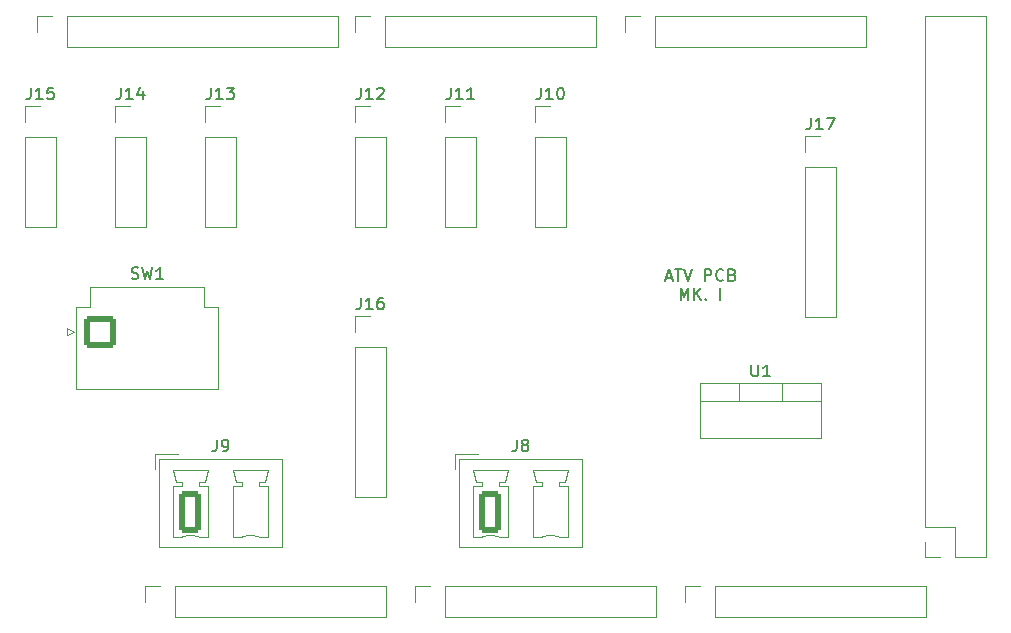
<source format=gbr>
G04 #@! TF.GenerationSoftware,KiCad,Pcbnew,7.0.7*
G04 #@! TF.CreationDate,2023-11-29T17:44:09-05:00*
G04 #@! TF.ProjectId,PCB V1 ATV,50434220-5631-4204-9154-562e6b696361,rev?*
G04 #@! TF.SameCoordinates,Original*
G04 #@! TF.FileFunction,Legend,Top*
G04 #@! TF.FilePolarity,Positive*
%FSLAX46Y46*%
G04 Gerber Fmt 4.6, Leading zero omitted, Abs format (unit mm)*
G04 Created by KiCad (PCBNEW 7.0.7) date 2023-11-29 17:44:09*
%MOMM*%
%LPD*%
G01*
G04 APERTURE LIST*
G04 Aperture macros list*
%AMRoundRect*
0 Rectangle with rounded corners*
0 $1 Rounding radius*
0 $2 $3 $4 $5 $6 $7 $8 $9 X,Y pos of 4 corners*
0 Add a 4 corners polygon primitive as box body*
4,1,4,$2,$3,$4,$5,$6,$7,$8,$9,$2,$3,0*
0 Add four circle primitives for the rounded corners*
1,1,$1+$1,$2,$3*
1,1,$1+$1,$4,$5*
1,1,$1+$1,$6,$7*
1,1,$1+$1,$8,$9*
0 Add four rect primitives between the rounded corners*
20,1,$1+$1,$2,$3,$4,$5,0*
20,1,$1+$1,$4,$5,$6,$7,0*
20,1,$1+$1,$6,$7,$8,$9,0*
20,1,$1+$1,$8,$9,$2,$3,0*%
G04 Aperture macros list end*
%ADD10C,0.150000*%
%ADD11C,0.120000*%
%ADD12R,1.700000X1.700000*%
%ADD13O,1.700000X1.700000*%
%ADD14RoundRect,0.250000X-0.650000X-1.550000X0.650000X-1.550000X0.650000X1.550000X-0.650000X1.550000X0*%
%ADD15O,1.800000X3.600000*%
%ADD16C,3.200000*%
%ADD17R,1.905000X2.000000*%
%ADD18O,1.905000X2.000000*%
%ADD19RoundRect,0.250001X-1.099999X-1.099999X1.099999X-1.099999X1.099999X1.099999X-1.099999X1.099999X0*%
%ADD20C,2.700000*%
G04 APERTURE END LIST*
D10*
X170731428Y-70034104D02*
X171207618Y-70034104D01*
X170636190Y-70319819D02*
X170969523Y-69319819D01*
X170969523Y-69319819D02*
X171302856Y-70319819D01*
X171493333Y-69319819D02*
X172064761Y-69319819D01*
X171779047Y-70319819D02*
X171779047Y-69319819D01*
X172255238Y-69319819D02*
X172588571Y-70319819D01*
X172588571Y-70319819D02*
X172921904Y-69319819D01*
X174017143Y-70319819D02*
X174017143Y-69319819D01*
X174017143Y-69319819D02*
X174398095Y-69319819D01*
X174398095Y-69319819D02*
X174493333Y-69367438D01*
X174493333Y-69367438D02*
X174540952Y-69415057D01*
X174540952Y-69415057D02*
X174588571Y-69510295D01*
X174588571Y-69510295D02*
X174588571Y-69653152D01*
X174588571Y-69653152D02*
X174540952Y-69748390D01*
X174540952Y-69748390D02*
X174493333Y-69796009D01*
X174493333Y-69796009D02*
X174398095Y-69843628D01*
X174398095Y-69843628D02*
X174017143Y-69843628D01*
X175588571Y-70224580D02*
X175540952Y-70272200D01*
X175540952Y-70272200D02*
X175398095Y-70319819D01*
X175398095Y-70319819D02*
X175302857Y-70319819D01*
X175302857Y-70319819D02*
X175160000Y-70272200D01*
X175160000Y-70272200D02*
X175064762Y-70176961D01*
X175064762Y-70176961D02*
X175017143Y-70081723D01*
X175017143Y-70081723D02*
X174969524Y-69891247D01*
X174969524Y-69891247D02*
X174969524Y-69748390D01*
X174969524Y-69748390D02*
X175017143Y-69557914D01*
X175017143Y-69557914D02*
X175064762Y-69462676D01*
X175064762Y-69462676D02*
X175160000Y-69367438D01*
X175160000Y-69367438D02*
X175302857Y-69319819D01*
X175302857Y-69319819D02*
X175398095Y-69319819D01*
X175398095Y-69319819D02*
X175540952Y-69367438D01*
X175540952Y-69367438D02*
X175588571Y-69415057D01*
X176350476Y-69796009D02*
X176493333Y-69843628D01*
X176493333Y-69843628D02*
X176540952Y-69891247D01*
X176540952Y-69891247D02*
X176588571Y-69986485D01*
X176588571Y-69986485D02*
X176588571Y-70129342D01*
X176588571Y-70129342D02*
X176540952Y-70224580D01*
X176540952Y-70224580D02*
X176493333Y-70272200D01*
X176493333Y-70272200D02*
X176398095Y-70319819D01*
X176398095Y-70319819D02*
X176017143Y-70319819D01*
X176017143Y-70319819D02*
X176017143Y-69319819D01*
X176017143Y-69319819D02*
X176350476Y-69319819D01*
X176350476Y-69319819D02*
X176445714Y-69367438D01*
X176445714Y-69367438D02*
X176493333Y-69415057D01*
X176493333Y-69415057D02*
X176540952Y-69510295D01*
X176540952Y-69510295D02*
X176540952Y-69605533D01*
X176540952Y-69605533D02*
X176493333Y-69700771D01*
X176493333Y-69700771D02*
X176445714Y-69748390D01*
X176445714Y-69748390D02*
X176350476Y-69796009D01*
X176350476Y-69796009D02*
X176017143Y-69796009D01*
X171969524Y-71929819D02*
X171969524Y-70929819D01*
X171969524Y-70929819D02*
X172302857Y-71644104D01*
X172302857Y-71644104D02*
X172636190Y-70929819D01*
X172636190Y-70929819D02*
X172636190Y-71929819D01*
X173112381Y-71929819D02*
X173112381Y-70929819D01*
X173683809Y-71929819D02*
X173255238Y-71358390D01*
X173683809Y-70929819D02*
X173112381Y-71501247D01*
X174112381Y-71834580D02*
X174160000Y-71882200D01*
X174160000Y-71882200D02*
X174112381Y-71929819D01*
X174112381Y-71929819D02*
X174064762Y-71882200D01*
X174064762Y-71882200D02*
X174112381Y-71834580D01*
X174112381Y-71834580D02*
X174112381Y-71929819D01*
X175350476Y-71929819D02*
X175350476Y-70929819D01*
X158086666Y-83744819D02*
X158086666Y-84459104D01*
X158086666Y-84459104D02*
X158039047Y-84601961D01*
X158039047Y-84601961D02*
X157943809Y-84697200D01*
X157943809Y-84697200D02*
X157800952Y-84744819D01*
X157800952Y-84744819D02*
X157705714Y-84744819D01*
X158705714Y-84173390D02*
X158610476Y-84125771D01*
X158610476Y-84125771D02*
X158562857Y-84078152D01*
X158562857Y-84078152D02*
X158515238Y-83982914D01*
X158515238Y-83982914D02*
X158515238Y-83935295D01*
X158515238Y-83935295D02*
X158562857Y-83840057D01*
X158562857Y-83840057D02*
X158610476Y-83792438D01*
X158610476Y-83792438D02*
X158705714Y-83744819D01*
X158705714Y-83744819D02*
X158896190Y-83744819D01*
X158896190Y-83744819D02*
X158991428Y-83792438D01*
X158991428Y-83792438D02*
X159039047Y-83840057D01*
X159039047Y-83840057D02*
X159086666Y-83935295D01*
X159086666Y-83935295D02*
X159086666Y-83982914D01*
X159086666Y-83982914D02*
X159039047Y-84078152D01*
X159039047Y-84078152D02*
X158991428Y-84125771D01*
X158991428Y-84125771D02*
X158896190Y-84173390D01*
X158896190Y-84173390D02*
X158705714Y-84173390D01*
X158705714Y-84173390D02*
X158610476Y-84221009D01*
X158610476Y-84221009D02*
X158562857Y-84268628D01*
X158562857Y-84268628D02*
X158515238Y-84363866D01*
X158515238Y-84363866D02*
X158515238Y-84554342D01*
X158515238Y-84554342D02*
X158562857Y-84649580D01*
X158562857Y-84649580D02*
X158610476Y-84697200D01*
X158610476Y-84697200D02*
X158705714Y-84744819D01*
X158705714Y-84744819D02*
X158896190Y-84744819D01*
X158896190Y-84744819D02*
X158991428Y-84697200D01*
X158991428Y-84697200D02*
X159039047Y-84649580D01*
X159039047Y-84649580D02*
X159086666Y-84554342D01*
X159086666Y-84554342D02*
X159086666Y-84363866D01*
X159086666Y-84363866D02*
X159039047Y-84268628D01*
X159039047Y-84268628D02*
X158991428Y-84221009D01*
X158991428Y-84221009D02*
X158896190Y-84173390D01*
X132686666Y-83744819D02*
X132686666Y-84459104D01*
X132686666Y-84459104D02*
X132639047Y-84601961D01*
X132639047Y-84601961D02*
X132543809Y-84697200D01*
X132543809Y-84697200D02*
X132400952Y-84744819D01*
X132400952Y-84744819D02*
X132305714Y-84744819D01*
X133210476Y-84744819D02*
X133400952Y-84744819D01*
X133400952Y-84744819D02*
X133496190Y-84697200D01*
X133496190Y-84697200D02*
X133543809Y-84649580D01*
X133543809Y-84649580D02*
X133639047Y-84506723D01*
X133639047Y-84506723D02*
X133686666Y-84316247D01*
X133686666Y-84316247D02*
X133686666Y-83935295D01*
X133686666Y-83935295D02*
X133639047Y-83840057D01*
X133639047Y-83840057D02*
X133591428Y-83792438D01*
X133591428Y-83792438D02*
X133496190Y-83744819D01*
X133496190Y-83744819D02*
X133305714Y-83744819D01*
X133305714Y-83744819D02*
X133210476Y-83792438D01*
X133210476Y-83792438D02*
X133162857Y-83840057D01*
X133162857Y-83840057D02*
X133115238Y-83935295D01*
X133115238Y-83935295D02*
X133115238Y-84173390D01*
X133115238Y-84173390D02*
X133162857Y-84268628D01*
X133162857Y-84268628D02*
X133210476Y-84316247D01*
X133210476Y-84316247D02*
X133305714Y-84363866D01*
X133305714Y-84363866D02*
X133496190Y-84363866D01*
X133496190Y-84363866D02*
X133591428Y-84316247D01*
X133591428Y-84316247D02*
X133639047Y-84268628D01*
X133639047Y-84268628D02*
X133686666Y-84173390D01*
X183010476Y-56484819D02*
X183010476Y-57199104D01*
X183010476Y-57199104D02*
X182962857Y-57341961D01*
X182962857Y-57341961D02*
X182867619Y-57437200D01*
X182867619Y-57437200D02*
X182724762Y-57484819D01*
X182724762Y-57484819D02*
X182629524Y-57484819D01*
X184010476Y-57484819D02*
X183439048Y-57484819D01*
X183724762Y-57484819D02*
X183724762Y-56484819D01*
X183724762Y-56484819D02*
X183629524Y-56627676D01*
X183629524Y-56627676D02*
X183534286Y-56722914D01*
X183534286Y-56722914D02*
X183439048Y-56770533D01*
X184343810Y-56484819D02*
X185010476Y-56484819D01*
X185010476Y-56484819D02*
X184581905Y-57484819D01*
X116970476Y-53944819D02*
X116970476Y-54659104D01*
X116970476Y-54659104D02*
X116922857Y-54801961D01*
X116922857Y-54801961D02*
X116827619Y-54897200D01*
X116827619Y-54897200D02*
X116684762Y-54944819D01*
X116684762Y-54944819D02*
X116589524Y-54944819D01*
X117970476Y-54944819D02*
X117399048Y-54944819D01*
X117684762Y-54944819D02*
X117684762Y-53944819D01*
X117684762Y-53944819D02*
X117589524Y-54087676D01*
X117589524Y-54087676D02*
X117494286Y-54182914D01*
X117494286Y-54182914D02*
X117399048Y-54230533D01*
X118875238Y-53944819D02*
X118399048Y-53944819D01*
X118399048Y-53944819D02*
X118351429Y-54421009D01*
X118351429Y-54421009D02*
X118399048Y-54373390D01*
X118399048Y-54373390D02*
X118494286Y-54325771D01*
X118494286Y-54325771D02*
X118732381Y-54325771D01*
X118732381Y-54325771D02*
X118827619Y-54373390D01*
X118827619Y-54373390D02*
X118875238Y-54421009D01*
X118875238Y-54421009D02*
X118922857Y-54516247D01*
X118922857Y-54516247D02*
X118922857Y-54754342D01*
X118922857Y-54754342D02*
X118875238Y-54849580D01*
X118875238Y-54849580D02*
X118827619Y-54897200D01*
X118827619Y-54897200D02*
X118732381Y-54944819D01*
X118732381Y-54944819D02*
X118494286Y-54944819D01*
X118494286Y-54944819D02*
X118399048Y-54897200D01*
X118399048Y-54897200D02*
X118351429Y-54849580D01*
X144910476Y-71724819D02*
X144910476Y-72439104D01*
X144910476Y-72439104D02*
X144862857Y-72581961D01*
X144862857Y-72581961D02*
X144767619Y-72677200D01*
X144767619Y-72677200D02*
X144624762Y-72724819D01*
X144624762Y-72724819D02*
X144529524Y-72724819D01*
X145910476Y-72724819D02*
X145339048Y-72724819D01*
X145624762Y-72724819D02*
X145624762Y-71724819D01*
X145624762Y-71724819D02*
X145529524Y-71867676D01*
X145529524Y-71867676D02*
X145434286Y-71962914D01*
X145434286Y-71962914D02*
X145339048Y-72010533D01*
X146767619Y-71724819D02*
X146577143Y-71724819D01*
X146577143Y-71724819D02*
X146481905Y-71772438D01*
X146481905Y-71772438D02*
X146434286Y-71820057D01*
X146434286Y-71820057D02*
X146339048Y-71962914D01*
X146339048Y-71962914D02*
X146291429Y-72153390D01*
X146291429Y-72153390D02*
X146291429Y-72534342D01*
X146291429Y-72534342D02*
X146339048Y-72629580D01*
X146339048Y-72629580D02*
X146386667Y-72677200D01*
X146386667Y-72677200D02*
X146481905Y-72724819D01*
X146481905Y-72724819D02*
X146672381Y-72724819D01*
X146672381Y-72724819D02*
X146767619Y-72677200D01*
X146767619Y-72677200D02*
X146815238Y-72629580D01*
X146815238Y-72629580D02*
X146862857Y-72534342D01*
X146862857Y-72534342D02*
X146862857Y-72296247D01*
X146862857Y-72296247D02*
X146815238Y-72201009D01*
X146815238Y-72201009D02*
X146767619Y-72153390D01*
X146767619Y-72153390D02*
X146672381Y-72105771D01*
X146672381Y-72105771D02*
X146481905Y-72105771D01*
X146481905Y-72105771D02*
X146386667Y-72153390D01*
X146386667Y-72153390D02*
X146339048Y-72201009D01*
X146339048Y-72201009D02*
X146291429Y-72296247D01*
X132210476Y-53944819D02*
X132210476Y-54659104D01*
X132210476Y-54659104D02*
X132162857Y-54801961D01*
X132162857Y-54801961D02*
X132067619Y-54897200D01*
X132067619Y-54897200D02*
X131924762Y-54944819D01*
X131924762Y-54944819D02*
X131829524Y-54944819D01*
X133210476Y-54944819D02*
X132639048Y-54944819D01*
X132924762Y-54944819D02*
X132924762Y-53944819D01*
X132924762Y-53944819D02*
X132829524Y-54087676D01*
X132829524Y-54087676D02*
X132734286Y-54182914D01*
X132734286Y-54182914D02*
X132639048Y-54230533D01*
X133543810Y-53944819D02*
X134162857Y-53944819D01*
X134162857Y-53944819D02*
X133829524Y-54325771D01*
X133829524Y-54325771D02*
X133972381Y-54325771D01*
X133972381Y-54325771D02*
X134067619Y-54373390D01*
X134067619Y-54373390D02*
X134115238Y-54421009D01*
X134115238Y-54421009D02*
X134162857Y-54516247D01*
X134162857Y-54516247D02*
X134162857Y-54754342D01*
X134162857Y-54754342D02*
X134115238Y-54849580D01*
X134115238Y-54849580D02*
X134067619Y-54897200D01*
X134067619Y-54897200D02*
X133972381Y-54944819D01*
X133972381Y-54944819D02*
X133686667Y-54944819D01*
X133686667Y-54944819D02*
X133591429Y-54897200D01*
X133591429Y-54897200D02*
X133543810Y-54849580D01*
X124590476Y-53944819D02*
X124590476Y-54659104D01*
X124590476Y-54659104D02*
X124542857Y-54801961D01*
X124542857Y-54801961D02*
X124447619Y-54897200D01*
X124447619Y-54897200D02*
X124304762Y-54944819D01*
X124304762Y-54944819D02*
X124209524Y-54944819D01*
X125590476Y-54944819D02*
X125019048Y-54944819D01*
X125304762Y-54944819D02*
X125304762Y-53944819D01*
X125304762Y-53944819D02*
X125209524Y-54087676D01*
X125209524Y-54087676D02*
X125114286Y-54182914D01*
X125114286Y-54182914D02*
X125019048Y-54230533D01*
X126447619Y-54278152D02*
X126447619Y-54944819D01*
X126209524Y-53897200D02*
X125971429Y-54611485D01*
X125971429Y-54611485D02*
X126590476Y-54611485D01*
X160150476Y-53944819D02*
X160150476Y-54659104D01*
X160150476Y-54659104D02*
X160102857Y-54801961D01*
X160102857Y-54801961D02*
X160007619Y-54897200D01*
X160007619Y-54897200D02*
X159864762Y-54944819D01*
X159864762Y-54944819D02*
X159769524Y-54944819D01*
X161150476Y-54944819D02*
X160579048Y-54944819D01*
X160864762Y-54944819D02*
X160864762Y-53944819D01*
X160864762Y-53944819D02*
X160769524Y-54087676D01*
X160769524Y-54087676D02*
X160674286Y-54182914D01*
X160674286Y-54182914D02*
X160579048Y-54230533D01*
X161769524Y-53944819D02*
X161864762Y-53944819D01*
X161864762Y-53944819D02*
X161960000Y-53992438D01*
X161960000Y-53992438D02*
X162007619Y-54040057D01*
X162007619Y-54040057D02*
X162055238Y-54135295D01*
X162055238Y-54135295D02*
X162102857Y-54325771D01*
X162102857Y-54325771D02*
X162102857Y-54563866D01*
X162102857Y-54563866D02*
X162055238Y-54754342D01*
X162055238Y-54754342D02*
X162007619Y-54849580D01*
X162007619Y-54849580D02*
X161960000Y-54897200D01*
X161960000Y-54897200D02*
X161864762Y-54944819D01*
X161864762Y-54944819D02*
X161769524Y-54944819D01*
X161769524Y-54944819D02*
X161674286Y-54897200D01*
X161674286Y-54897200D02*
X161626667Y-54849580D01*
X161626667Y-54849580D02*
X161579048Y-54754342D01*
X161579048Y-54754342D02*
X161531429Y-54563866D01*
X161531429Y-54563866D02*
X161531429Y-54325771D01*
X161531429Y-54325771D02*
X161579048Y-54135295D01*
X161579048Y-54135295D02*
X161626667Y-54040057D01*
X161626667Y-54040057D02*
X161674286Y-53992438D01*
X161674286Y-53992438D02*
X161769524Y-53944819D01*
X152530476Y-53944819D02*
X152530476Y-54659104D01*
X152530476Y-54659104D02*
X152482857Y-54801961D01*
X152482857Y-54801961D02*
X152387619Y-54897200D01*
X152387619Y-54897200D02*
X152244762Y-54944819D01*
X152244762Y-54944819D02*
X152149524Y-54944819D01*
X153530476Y-54944819D02*
X152959048Y-54944819D01*
X153244762Y-54944819D02*
X153244762Y-53944819D01*
X153244762Y-53944819D02*
X153149524Y-54087676D01*
X153149524Y-54087676D02*
X153054286Y-54182914D01*
X153054286Y-54182914D02*
X152959048Y-54230533D01*
X154482857Y-54944819D02*
X153911429Y-54944819D01*
X154197143Y-54944819D02*
X154197143Y-53944819D01*
X154197143Y-53944819D02*
X154101905Y-54087676D01*
X154101905Y-54087676D02*
X154006667Y-54182914D01*
X154006667Y-54182914D02*
X153911429Y-54230533D01*
X177978095Y-77404819D02*
X177978095Y-78214342D01*
X177978095Y-78214342D02*
X178025714Y-78309580D01*
X178025714Y-78309580D02*
X178073333Y-78357200D01*
X178073333Y-78357200D02*
X178168571Y-78404819D01*
X178168571Y-78404819D02*
X178359047Y-78404819D01*
X178359047Y-78404819D02*
X178454285Y-78357200D01*
X178454285Y-78357200D02*
X178501904Y-78309580D01*
X178501904Y-78309580D02*
X178549523Y-78214342D01*
X178549523Y-78214342D02*
X178549523Y-77404819D01*
X179549523Y-78404819D02*
X178978095Y-78404819D01*
X179263809Y-78404819D02*
X179263809Y-77404819D01*
X179263809Y-77404819D02*
X179168571Y-77547676D01*
X179168571Y-77547676D02*
X179073333Y-77642914D01*
X179073333Y-77642914D02*
X178978095Y-77690533D01*
X125486667Y-70107200D02*
X125629524Y-70154819D01*
X125629524Y-70154819D02*
X125867619Y-70154819D01*
X125867619Y-70154819D02*
X125962857Y-70107200D01*
X125962857Y-70107200D02*
X126010476Y-70059580D01*
X126010476Y-70059580D02*
X126058095Y-69964342D01*
X126058095Y-69964342D02*
X126058095Y-69869104D01*
X126058095Y-69869104D02*
X126010476Y-69773866D01*
X126010476Y-69773866D02*
X125962857Y-69726247D01*
X125962857Y-69726247D02*
X125867619Y-69678628D01*
X125867619Y-69678628D02*
X125677143Y-69631009D01*
X125677143Y-69631009D02*
X125581905Y-69583390D01*
X125581905Y-69583390D02*
X125534286Y-69535771D01*
X125534286Y-69535771D02*
X125486667Y-69440533D01*
X125486667Y-69440533D02*
X125486667Y-69345295D01*
X125486667Y-69345295D02*
X125534286Y-69250057D01*
X125534286Y-69250057D02*
X125581905Y-69202438D01*
X125581905Y-69202438D02*
X125677143Y-69154819D01*
X125677143Y-69154819D02*
X125915238Y-69154819D01*
X125915238Y-69154819D02*
X126058095Y-69202438D01*
X126391429Y-69154819D02*
X126629524Y-70154819D01*
X126629524Y-70154819D02*
X126820000Y-69440533D01*
X126820000Y-69440533D02*
X127010476Y-70154819D01*
X127010476Y-70154819D02*
X127248572Y-69154819D01*
X128153333Y-70154819D02*
X127581905Y-70154819D01*
X127867619Y-70154819D02*
X127867619Y-69154819D01*
X127867619Y-69154819D02*
X127772381Y-69297676D01*
X127772381Y-69297676D02*
X127677143Y-69392914D01*
X127677143Y-69392914D02*
X127581905Y-69440533D01*
X144910476Y-53944819D02*
X144910476Y-54659104D01*
X144910476Y-54659104D02*
X144862857Y-54801961D01*
X144862857Y-54801961D02*
X144767619Y-54897200D01*
X144767619Y-54897200D02*
X144624762Y-54944819D01*
X144624762Y-54944819D02*
X144529524Y-54944819D01*
X145910476Y-54944819D02*
X145339048Y-54944819D01*
X145624762Y-54944819D02*
X145624762Y-53944819D01*
X145624762Y-53944819D02*
X145529524Y-54087676D01*
X145529524Y-54087676D02*
X145434286Y-54182914D01*
X145434286Y-54182914D02*
X145339048Y-54230533D01*
X146291429Y-54040057D02*
X146339048Y-53992438D01*
X146339048Y-53992438D02*
X146434286Y-53944819D01*
X146434286Y-53944819D02*
X146672381Y-53944819D01*
X146672381Y-53944819D02*
X146767619Y-53992438D01*
X146767619Y-53992438D02*
X146815238Y-54040057D01*
X146815238Y-54040057D02*
X146862857Y-54135295D01*
X146862857Y-54135295D02*
X146862857Y-54230533D01*
X146862857Y-54230533D02*
X146815238Y-54373390D01*
X146815238Y-54373390D02*
X146243810Y-54944819D01*
X146243810Y-54944819D02*
X146862857Y-54944819D01*
D11*
X197850000Y-93710000D02*
X197850000Y-47870000D01*
X197850000Y-93710000D02*
X195250000Y-93710000D01*
X197850000Y-47870000D02*
X192650000Y-47870000D01*
X195250000Y-93710000D02*
X195250000Y-91110000D01*
X195250000Y-91110000D02*
X192650000Y-91110000D01*
X193980000Y-93710000D02*
X192650000Y-93710000D01*
X192650000Y-93710000D02*
X192650000Y-92380000D01*
X192650000Y-91110000D02*
X192650000Y-47870000D01*
X129210000Y-98790000D02*
X147050000Y-98790000D01*
X129210000Y-98790000D02*
X129210000Y-96130000D01*
X147050000Y-98790000D02*
X147050000Y-96130000D01*
X126610000Y-97460000D02*
X126610000Y-96130000D01*
X126610000Y-96130000D02*
X127940000Y-96130000D01*
X129210000Y-96130000D02*
X147050000Y-96130000D01*
X152070000Y-98790000D02*
X169910000Y-98790000D01*
X152070000Y-98790000D02*
X152070000Y-96130000D01*
X169910000Y-98790000D02*
X169910000Y-96130000D01*
X149470000Y-97460000D02*
X149470000Y-96130000D01*
X149470000Y-96130000D02*
X150800000Y-96130000D01*
X152070000Y-96130000D02*
X169910000Y-96130000D01*
X174930000Y-98790000D02*
X192770000Y-98790000D01*
X174930000Y-98790000D02*
X174930000Y-96130000D01*
X192770000Y-98790000D02*
X192770000Y-96130000D01*
X172330000Y-97460000D02*
X172330000Y-96130000D01*
X172330000Y-96130000D02*
X173660000Y-96130000D01*
X174930000Y-96130000D02*
X192770000Y-96130000D01*
X120066000Y-50530000D02*
X142986000Y-50530000D01*
X120066000Y-50530000D02*
X120066000Y-47870000D01*
X142986000Y-50530000D02*
X142986000Y-47870000D01*
X117466000Y-49200000D02*
X117466000Y-47870000D01*
X117466000Y-47870000D02*
X118796000Y-47870000D01*
X120066000Y-47870000D02*
X142986000Y-47870000D01*
X146990000Y-50530000D02*
X164830000Y-50530000D01*
X146990000Y-50530000D02*
X146990000Y-47870000D01*
X164830000Y-50530000D02*
X164830000Y-47870000D01*
X144390000Y-49200000D02*
X144390000Y-47870000D01*
X144390000Y-47870000D02*
X145720000Y-47870000D01*
X146990000Y-47870000D02*
X164830000Y-47870000D01*
X169850000Y-50530000D02*
X187690000Y-50530000D01*
X169850000Y-50530000D02*
X169850000Y-47870000D01*
X187690000Y-50530000D02*
X187690000Y-47870000D01*
X167250000Y-49200000D02*
X167250000Y-47870000D01*
X167250000Y-47870000D02*
X168580000Y-47870000D01*
X169850000Y-47870000D02*
X187690000Y-47870000D01*
X152840000Y-84990000D02*
X154840000Y-84990000D01*
X152840000Y-86240000D02*
X152840000Y-84990000D01*
X153230000Y-85380000D02*
X153230000Y-92850000D01*
X153230000Y-92850000D02*
X163610000Y-92850000D01*
X154380000Y-86340000D02*
X157380000Y-86340000D01*
X154380000Y-87690000D02*
X155130000Y-87690000D01*
X154380000Y-91990000D02*
X154380000Y-87690000D01*
X154630000Y-87340000D02*
X154380000Y-86340000D01*
X155130000Y-87340000D02*
X154630000Y-87340000D01*
X155130000Y-87690000D02*
X155130000Y-87340000D01*
X155130000Y-91990000D02*
X154380000Y-91990000D01*
X156630000Y-87340000D02*
X156630000Y-87690000D01*
X156630000Y-87690000D02*
X157380000Y-87690000D01*
X157130000Y-87340000D02*
X156630000Y-87340000D01*
X157380000Y-86340000D02*
X157130000Y-87340000D01*
X157380000Y-87690000D02*
X157380000Y-91990000D01*
X157380000Y-91990000D02*
X156630000Y-91990000D01*
X159460000Y-86340000D02*
X162460000Y-86340000D01*
X159460000Y-87690000D02*
X160210000Y-87690000D01*
X159460000Y-91990000D02*
X159460000Y-87690000D01*
X159710000Y-87340000D02*
X159460000Y-86340000D01*
X160210000Y-87340000D02*
X159710000Y-87340000D01*
X160210000Y-87690000D02*
X160210000Y-87340000D01*
X160210000Y-91990000D02*
X159460000Y-91990000D01*
X161710000Y-87340000D02*
X161710000Y-87690000D01*
X161710000Y-87690000D02*
X162460000Y-87690000D01*
X162210000Y-87340000D02*
X161710000Y-87340000D01*
X162460000Y-86340000D02*
X162210000Y-87340000D01*
X162460000Y-87690000D02*
X162460000Y-91990000D01*
X162460000Y-91990000D02*
X161710000Y-91990000D01*
X163610000Y-85380000D02*
X153230000Y-85380000D01*
X163610000Y-92850000D02*
X163610000Y-85380000D01*
X156629647Y-91989845D02*
G75*
G03*
X155130000Y-91990000I-749647J-1700155D01*
G01*
X161709647Y-91989845D02*
G75*
G03*
X160210000Y-91990000I-749647J-1700155D01*
G01*
X127440000Y-84990000D02*
X129440000Y-84990000D01*
X127440000Y-86240000D02*
X127440000Y-84990000D01*
X127830000Y-85380000D02*
X127830000Y-92850000D01*
X127830000Y-92850000D02*
X138210000Y-92850000D01*
X128980000Y-86340000D02*
X131980000Y-86340000D01*
X128980000Y-87690000D02*
X129730000Y-87690000D01*
X128980000Y-91990000D02*
X128980000Y-87690000D01*
X129230000Y-87340000D02*
X128980000Y-86340000D01*
X129730000Y-87340000D02*
X129230000Y-87340000D01*
X129730000Y-87690000D02*
X129730000Y-87340000D01*
X129730000Y-91990000D02*
X128980000Y-91990000D01*
X131230000Y-87340000D02*
X131230000Y-87690000D01*
X131230000Y-87690000D02*
X131980000Y-87690000D01*
X131730000Y-87340000D02*
X131230000Y-87340000D01*
X131980000Y-86340000D02*
X131730000Y-87340000D01*
X131980000Y-87690000D02*
X131980000Y-91990000D01*
X131980000Y-91990000D02*
X131230000Y-91990000D01*
X134060000Y-86340000D02*
X137060000Y-86340000D01*
X134060000Y-87690000D02*
X134810000Y-87690000D01*
X134060000Y-91990000D02*
X134060000Y-87690000D01*
X134310000Y-87340000D02*
X134060000Y-86340000D01*
X134810000Y-87340000D02*
X134310000Y-87340000D01*
X134810000Y-87690000D02*
X134810000Y-87340000D01*
X134810000Y-91990000D02*
X134060000Y-91990000D01*
X136310000Y-87340000D02*
X136310000Y-87690000D01*
X136310000Y-87690000D02*
X137060000Y-87690000D01*
X136810000Y-87340000D02*
X136310000Y-87340000D01*
X137060000Y-86340000D02*
X136810000Y-87340000D01*
X137060000Y-87690000D02*
X137060000Y-91990000D01*
X137060000Y-91990000D02*
X136310000Y-91990000D01*
X138210000Y-85380000D02*
X127830000Y-85380000D01*
X138210000Y-92850000D02*
X138210000Y-85380000D01*
X131229647Y-91989845D02*
G75*
G03*
X129730000Y-91990000I-749647J-1700155D01*
G01*
X136309647Y-91989845D02*
G75*
G03*
X134810000Y-91990000I-749647J-1700155D01*
G01*
X182490000Y-58030000D02*
X183820000Y-58030000D01*
X182490000Y-59360000D02*
X182490000Y-58030000D01*
X182490000Y-60630000D02*
X182490000Y-73390000D01*
X182490000Y-60630000D02*
X185150000Y-60630000D01*
X182490000Y-73390000D02*
X185150000Y-73390000D01*
X185150000Y-60630000D02*
X185150000Y-73390000D01*
X116450000Y-55490000D02*
X117780000Y-55490000D01*
X116450000Y-56820000D02*
X116450000Y-55490000D01*
X116450000Y-58090000D02*
X116450000Y-65770000D01*
X116450000Y-58090000D02*
X119110000Y-58090000D01*
X116450000Y-65770000D02*
X119110000Y-65770000D01*
X119110000Y-58090000D02*
X119110000Y-65770000D01*
X144390000Y-73270000D02*
X145720000Y-73270000D01*
X144390000Y-74600000D02*
X144390000Y-73270000D01*
X144390000Y-75870000D02*
X144390000Y-88630000D01*
X144390000Y-75870000D02*
X147050000Y-75870000D01*
X144390000Y-88630000D02*
X147050000Y-88630000D01*
X147050000Y-75870000D02*
X147050000Y-88630000D01*
X131690000Y-55490000D02*
X133020000Y-55490000D01*
X131690000Y-56820000D02*
X131690000Y-55490000D01*
X131690000Y-58090000D02*
X131690000Y-65770000D01*
X131690000Y-58090000D02*
X134350000Y-58090000D01*
X131690000Y-65770000D02*
X134350000Y-65770000D01*
X134350000Y-58090000D02*
X134350000Y-65770000D01*
X124070000Y-55490000D02*
X125400000Y-55490000D01*
X124070000Y-56820000D02*
X124070000Y-55490000D01*
X124070000Y-58090000D02*
X124070000Y-65770000D01*
X124070000Y-58090000D02*
X126730000Y-58090000D01*
X124070000Y-65770000D02*
X126730000Y-65770000D01*
X126730000Y-58090000D02*
X126730000Y-65770000D01*
X159630000Y-55490000D02*
X160960000Y-55490000D01*
X159630000Y-56820000D02*
X159630000Y-55490000D01*
X159630000Y-58090000D02*
X159630000Y-65770000D01*
X159630000Y-58090000D02*
X162290000Y-58090000D01*
X159630000Y-65770000D02*
X162290000Y-65770000D01*
X162290000Y-58090000D02*
X162290000Y-65770000D01*
X152010000Y-55490000D02*
X153340000Y-55490000D01*
X152010000Y-56820000D02*
X152010000Y-55490000D01*
X152010000Y-58090000D02*
X152010000Y-65770000D01*
X152010000Y-58090000D02*
X154670000Y-58090000D01*
X152010000Y-65770000D02*
X154670000Y-65770000D01*
X154670000Y-58090000D02*
X154670000Y-65770000D01*
X173620000Y-78950000D02*
X173620000Y-83591000D01*
X173620000Y-78950000D02*
X183860000Y-78950000D01*
X173620000Y-80460000D02*
X183860000Y-80460000D01*
X173620000Y-83591000D02*
X183860000Y-83591000D01*
X176890000Y-78950000D02*
X176890000Y-80460000D01*
X180591000Y-78950000D02*
X180591000Y-80460000D01*
X183860000Y-78950000D02*
X183860000Y-83591000D01*
X120000000Y-74300000D02*
X120600000Y-74600000D01*
X120000000Y-74900000D02*
X120000000Y-74300000D01*
X120600000Y-74600000D02*
X120000000Y-74900000D01*
X120800000Y-72490000D02*
X122000000Y-72490000D01*
X120800000Y-79510000D02*
X120800000Y-72490000D01*
X122000000Y-70790000D02*
X131640000Y-70790000D01*
X122000000Y-72490000D02*
X122000000Y-70790000D01*
X131640000Y-70790000D02*
X131640000Y-72490000D01*
X131640000Y-72490000D02*
X132840000Y-72490000D01*
X132840000Y-72490000D02*
X132840000Y-79510000D01*
X132840000Y-79510000D02*
X120800000Y-79510000D01*
X144390000Y-55490000D02*
X145720000Y-55490000D01*
X144390000Y-56820000D02*
X144390000Y-55490000D01*
X144390000Y-58090000D02*
X144390000Y-65770000D01*
X144390000Y-58090000D02*
X147050000Y-58090000D01*
X144390000Y-65770000D02*
X147050000Y-65770000D01*
X147050000Y-58090000D02*
X147050000Y-65770000D01*
%LPC*%
D12*
X193980000Y-92380000D03*
D13*
X196520000Y-92380000D03*
X193980000Y-89840000D03*
X196520000Y-89840000D03*
X193980000Y-87300000D03*
X196520000Y-87300000D03*
X193980000Y-84760000D03*
X196520000Y-84760000D03*
X193980000Y-82220000D03*
X196520000Y-82220000D03*
X193980000Y-79680000D03*
X196520000Y-79680000D03*
X193980000Y-77140000D03*
X196520000Y-77140000D03*
X193980000Y-74600000D03*
X196520000Y-74600000D03*
X193980000Y-72060000D03*
X196520000Y-72060000D03*
X193980000Y-69520000D03*
X196520000Y-69520000D03*
X193980000Y-66980000D03*
X196520000Y-66980000D03*
X193980000Y-64440000D03*
X196520000Y-64440000D03*
X193980000Y-61900000D03*
X196520000Y-61900000D03*
X193980000Y-59360000D03*
X196520000Y-59360000D03*
X193980000Y-56820000D03*
X196520000Y-56820000D03*
X193980000Y-54280000D03*
X196520000Y-54280000D03*
X193980000Y-51740000D03*
X196520000Y-51740000D03*
X193980000Y-49200000D03*
X196520000Y-49200000D03*
D12*
X127940000Y-97460000D03*
D13*
X130480000Y-97460000D03*
X133020000Y-97460000D03*
X135560000Y-97460000D03*
X138100000Y-97460000D03*
X140640000Y-97460000D03*
X143180000Y-97460000D03*
X145720000Y-97460000D03*
D12*
X150800000Y-97460000D03*
D13*
X153340000Y-97460000D03*
X155880000Y-97460000D03*
X158420000Y-97460000D03*
X160960000Y-97460000D03*
X163500000Y-97460000D03*
X166040000Y-97460000D03*
X168580000Y-97460000D03*
D12*
X173660000Y-97460000D03*
D13*
X176200000Y-97460000D03*
X178740000Y-97460000D03*
X181280000Y-97460000D03*
X183820000Y-97460000D03*
X186360000Y-97460000D03*
X188900000Y-97460000D03*
X191440000Y-97460000D03*
D12*
X118796000Y-49200000D03*
D13*
X121336000Y-49200000D03*
X123876000Y-49200000D03*
X126416000Y-49200000D03*
X128956000Y-49200000D03*
X131496000Y-49200000D03*
X134036000Y-49200000D03*
X136576000Y-49200000D03*
X139116000Y-49200000D03*
X141656000Y-49200000D03*
D12*
X145720000Y-49200000D03*
D13*
X148260000Y-49200000D03*
X150800000Y-49200000D03*
X153340000Y-49200000D03*
X155880000Y-49200000D03*
X158420000Y-49200000D03*
X160960000Y-49200000D03*
X163500000Y-49200000D03*
D12*
X168580000Y-49200000D03*
D13*
X171120000Y-49200000D03*
X173660000Y-49200000D03*
X176200000Y-49200000D03*
X178740000Y-49200000D03*
X181280000Y-49200000D03*
X183820000Y-49200000D03*
X186360000Y-49200000D03*
D14*
X155880000Y-89840000D03*
D15*
X160960000Y-89840000D03*
D16*
X196520000Y-97460000D03*
D14*
X130480000Y-89840000D03*
D15*
X135560000Y-89840000D03*
D12*
X183820000Y-59360000D03*
D13*
X183820000Y-61900000D03*
X183820000Y-64440000D03*
X183820000Y-66980000D03*
X183820000Y-69520000D03*
X183820000Y-72060000D03*
D12*
X117780000Y-56820000D03*
D13*
X117780000Y-59360000D03*
X117780000Y-61900000D03*
X117780000Y-64440000D03*
D16*
X115240000Y-49200000D03*
D12*
X145720000Y-74600000D03*
D13*
X145720000Y-77140000D03*
X145720000Y-79680000D03*
X145720000Y-82220000D03*
X145720000Y-84760000D03*
X145720000Y-87300000D03*
D12*
X133020000Y-56820000D03*
D13*
X133020000Y-59360000D03*
X133020000Y-61900000D03*
X133020000Y-64440000D03*
D12*
X125400000Y-56820000D03*
D13*
X125400000Y-59360000D03*
X125400000Y-61900000D03*
X125400000Y-64440000D03*
D12*
X160960000Y-56820000D03*
D13*
X160960000Y-59360000D03*
X160960000Y-61900000D03*
X160960000Y-64440000D03*
D12*
X153340000Y-56820000D03*
D13*
X153340000Y-59360000D03*
X153340000Y-61900000D03*
X153340000Y-64440000D03*
D17*
X176200000Y-82220000D03*
D18*
X178740000Y-82220000D03*
X181280000Y-82220000D03*
D19*
X122860000Y-74600000D03*
D20*
X126820000Y-74600000D03*
X130780000Y-74600000D03*
D12*
X145720000Y-56820000D03*
D13*
X145720000Y-59360000D03*
X145720000Y-61900000D03*
X145720000Y-64440000D03*
D16*
X113970000Y-97460000D03*
X166040000Y-64440000D03*
X166040000Y-92380000D03*
X190170000Y-49200000D03*
%LPD*%
M02*

</source>
